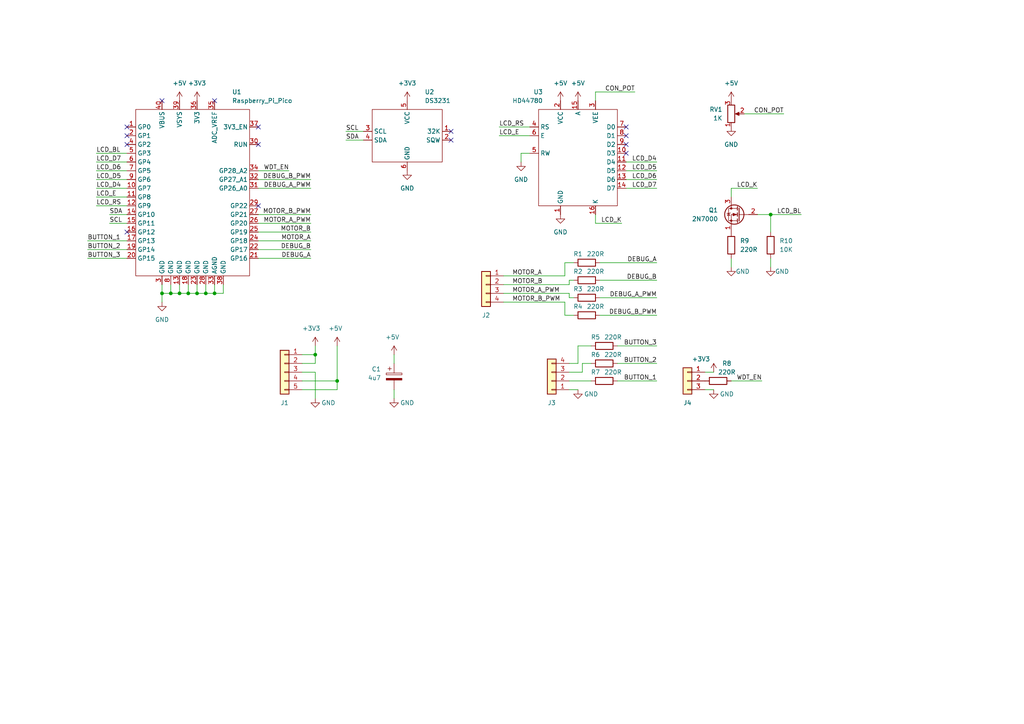
<source format=kicad_sch>
(kicad_sch (version 20230121) (generator eeschema)
  (paper "A4")
  (lib_symbols
    (symbol "Connector_Generic:Conn_01x03" (pin_names (offset 1.016) hide)
      (property "Reference" "J" (at 0 5.08 0))
      (property "Value" "Conn_01x03" (at 0 -5.08 0))
      (symbol "Conn_01x03_1_1"
        (rectangle (start -1.27 -2.413) (end 0 -2.667) (stroke (width 0.1524)))
        (rectangle (start -1.27 0.127) (end 0 -0.127) (stroke (width 0.1524)))
        (rectangle (start -1.27 2.667) (end 0 2.413) (stroke (width 0.1524)))
        (rectangle (start -1.27 3.81) (end 1.27 -3.81) (stroke (width 0.254)) (fill (type background)))
        (pin passive line (at -5.08 2.54 0) (length 3.81) (name "Pin_1") (number "1"))
        (pin passive line (at -5.08 0 0) (length 3.81) (name "Pin_2") (number "2"))
        (pin passive line (at -5.08 -2.54 0) (length 3.81) (name "Pin_3") (number "3"))
      )
    )
    (symbol "Connector_Generic:Conn_01x04" (pin_names (offset 1.016) hide)
      (property "Reference" "J" (at 0 5.08 0))
      (property "Value" "Conn_01x04" (at 0 -7.62 0))
      (symbol "Conn_01x04_1_1"
        (rectangle (start -1.27 -4.953) (end 0 -5.207) (stroke (width 0.1524)))
        (rectangle (start -1.27 -2.413) (end 0 -2.667) (stroke (width 0.1524)))
        (rectangle (start -1.27 0.127) (end 0 -0.127) (stroke (width 0.1524)))
        (rectangle (start -1.27 2.667) (end 0 2.413) (stroke (width 0.1524)))
        (rectangle (start -1.27 3.81) (end 1.27 -6.35) (stroke (width 0.254)) (fill (type background)))
        (pin passive line (at -5.08 2.54 0) (length 3.81) (name "Pin_1") (number "1"))
        (pin passive line (at -5.08 0 0) (length 3.81) (name "Pin_2") (number "2"))
        (pin passive line (at -5.08 -2.54 0) (length 3.81) (name "Pin_3") (number "3"))
        (pin passive line (at -5.08 -5.08 0) (length 3.81) (name "Pin_4") (number "4"))
      )
    )
    (symbol "Connector_Generic:Conn_01x05" (pin_names (offset 1.016) hide)
      (property "Reference" "J" (at 0 7.62 0))
      (property "Value" "Conn_01x05" (at 0 -7.62 0))
      (symbol "Conn_01x05_1_1"
        (rectangle (start -1.27 -4.953) (end 0 -5.207) (stroke (width 0.1524)))
        (rectangle (start -1.27 -2.413) (end 0 -2.667) (stroke (width 0.1524)))
        (rectangle (start -1.27 0.127) (end 0 -0.127) (stroke (width 0.1524)))
        (rectangle (start -1.27 2.667) (end 0 2.413) (stroke (width 0.1524)))
        (rectangle (start -1.27 5.207) (end 0 4.953) (stroke (width 0.1524)))
        (rectangle (start -1.27 6.35) (end 1.27 -6.35) (stroke (width 0.254)) (fill (type background)))
        (pin passive line (at -5.08 5.08 0) (length 3.81) (name "Pin_1") (number "1"))
        (pin passive line (at -5.08 2.54 0) (length 3.81) (name "Pin_2") (number "2"))
        (pin passive line (at -5.08 0 0) (length 3.81) (name "Pin_3") (number "3"))
        (pin passive line (at -5.08 -2.54 0) (length 3.81) (name "Pin_4") (number "4"))
        (pin passive line (at -5.08 -5.08 0) (length 3.81) (name "Pin_5") (number "5"))
      )
    )
    (symbol "Device:C_Polarized" (pin_numbers hide) (pin_names (offset 0.254))
      (property "Reference" "C" (at 0.635 2.54 0))
      (property "Value" "C_Polarized" (at 0.635 -2.54 0))
      (symbol "C_Polarized_0_1"
        (rectangle (start -2.286 0.508) (end 2.286 1.016))
        (polyline (pts (xy -1.778 2.286) (xy -0.762 2.286)))
        (polyline (pts (xy -1.27 2.794) (xy -1.27 1.778)))
        (rectangle (start 2.286 -0.508) (end -2.286 -1.016) (fill (type outline)))
      )
      (symbol "C_Polarized_1_1"
        (pin passive line (at 0 3.81 270) (length 2.794) (name "~") (number "1"))
        (pin passive line (at 0 -3.81 90) (length 2.794) (name "~") (number "2"))
      )
    )
    (symbol "Device:R" (pin_numbers hide) (pin_names (offset 0))
      (property "Reference" "R" (at 2.032 0 90))
      (property "Value" "R" (at 0 0 90))
      (symbol "R_0_1"
        (rectangle (start -1.016 -2.54) (end 1.016 2.54) (stroke (width 0.254)))
      )
      (symbol "R_1_1"
        (pin passive line (at 0 3.81 270) (length 1.27) (name "~") (number "1"))
        (pin passive line (at 0 -3.81 90) (length 1.27) (name "~") (number "2"))
      )
    )
    (symbol "Device:R_Potentiometer" (pin_names (offset 1.016) hide)
      (property "Reference" "RV" (at -4.445 0 90))
      (property "Value" "R_Potentiometer" (at -2.54 0 90))
      (symbol "R_Potentiometer_0_1"
        (polyline (pts (xy 2.54 0) (xy 1.524 0)))
        (polyline (pts (xy 1.143 0) (xy 2.286 0.508) (xy 2.286 -0.508) (xy 1.143 0)) (fill (type outline)))
        (rectangle (start 1.016 2.54) (end -1.016 -2.54) (stroke (width 0.254)))
      )
      (symbol "R_Potentiometer_1_1"
        (pin passive line (at 0 3.81 270) (length 1.27) (name "1") (number "1"))
        (pin passive line (at 3.81 0 180) (length 1.27) (name "2") (number "2"))
        (pin passive line (at 0 -3.81 90) (length 1.27) (name "3") (number "3"))
      )
    )
    (symbol "Transistor_FET:2N7000" (pin_names hide)
      (property "Reference" "Q" (at 5.08 1.905 0))
      (property "Value" "2N7000" (at 5.08 0 0))
      (symbol "2N7000_0_1"
        (polyline (pts (xy 0.254 0) (xy -2.54 0)))
        (polyline (pts (xy 0.254 1.905) (xy 0.254 -1.905)) (stroke (width 0.254)))
        (polyline (pts (xy 0.762 -1.27) (xy 0.762 -2.286)) (stroke (width 0.254)))
        (polyline (pts (xy 0.762 0.508) (xy 0.762 -0.508)) (stroke (width 0.254)))
        (polyline (pts (xy 0.762 2.286) (xy 0.762 1.27)) (stroke (width 0.254)))
        (polyline (pts (xy 2.54 2.54) (xy 2.54 1.778)))
        (polyline (pts (xy 2.54 -2.54) (xy 2.54 0) (xy 0.762 0)))
        (polyline (pts (xy 0.762 -1.778) (xy 3.302 -1.778) (xy 3.302 1.778) (xy 0.762 1.778)))
        (polyline (pts (xy 1.016 0) (xy 2.032 0.381) (xy 2.032 -0.381) (xy 1.016 0)) (fill (type outline)))
        (polyline (pts (xy 2.794 0.508) (xy 2.921 0.381) (xy 3.683 0.381) (xy 3.81 0.254)))
        (polyline (pts (xy 3.302 0.381) (xy 2.921 -0.254) (xy 3.683 -0.254) (xy 3.302 0.381)))
        (circle (center 1.651 0) (radius 2.794) (stroke (width 0.254)))
        (circle (center 2.54 -1.778) (radius 0.254) (fill (type outline)))
        (circle (center 2.54 1.778) (radius 0.254) (fill (type outline)))
      )
      (symbol "2N7000_1_1"
        (pin passive line (at 2.54 -5.08 90) (length 2.54) (name "S") (number "1"))
        (pin input line (at -5.08 0 0) (length 2.54) (name "G") (number "2"))
        (pin passive line (at 2.54 5.08 270) (length 2.54) (name "D") (number "3"))
      )
    )
    (symbol "main:DS3231"
      (property "Reference" "U" (at 0 1.27 0))
      (property "Value" "DS3231" (at 0 -1.27 0))
      (symbol "DS3231_0_1"
        (rectangle (start -10.16 7.62) (end 10.16 -7.62))
      )
      (symbol "DS3231_1_1"
        (pin output line (at 12.7 1.27 180) (length 2.54) (name "32K") (number "1"))
        (pin output line (at 12.7 -1.27 180) (length 2.54) (name "SQW") (number "2"))
        (pin bidirectional line (at -12.7 1.27 0) (length 2.54) (name "SCL") (number "3"))
        (pin bidirectional line (at -12.7 -1.27 0) (length 2.54) (name "SDA") (number "4"))
        (pin power_in line (at 0 10.16 270) (length 2.54) (name "VCC") (number "5"))
        (pin power_in line (at 0 -10.16 90) (length 2.54) (name "GND") (number "6"))
      )
    )
    (symbol "main:HD44780"
      (property "Reference" "U" (at 0 1.27 0))
      (property "Value" "HD44780" (at 0 -1.27 0))
      (symbol "HD44780_0_1"
        (rectangle (start -11.43 13.97) (end 11.43 -13.97))
      )
      (symbol "HD44780_1_1"
        (pin power_in line (at -5.08 -16.51 90) (length 2.54) (name "GND") (number "1"))
        (pin input line (at 13.97 1.27 180) (length 2.54) (name "D3") (number "10"))
        (pin input line (at 13.97 -1.27 180) (length 2.54) (name "D4") (number "11"))
        (pin input line (at 13.97 -3.81 180) (length 2.54) (name "D5") (number "12"))
        (pin input line (at 13.97 -6.35 180) (length 2.54) (name "D6") (number "13"))
        (pin input line (at 13.97 -8.89 180) (length 2.54) (name "D7") (number "14"))
        (pin power_in line (at 0 16.51 270) (length 2.54) (name "A") (number "15"))
        (pin power_in line (at 5.08 -16.51 90) (length 2.54) (name "K") (number "16"))
        (pin power_in line (at -5.08 16.51 270) (length 2.54) (name "VCC") (number "2"))
        (pin power_in line (at 5.08 16.51 270) (length 2.54) (name "VEE") (number "3"))
        (pin input line (at -13.97 8.89 0) (length 2.54) (name "RS") (number "4"))
        (pin input line (at -13.97 1.27 0) (length 2.54) (name "RW") (number "5"))
        (pin input line (at -13.97 6.35 0) (length 2.54) (name "E") (number "6"))
        (pin input line (at 13.97 8.89 180) (length 2.54) (name "D0") (number "7"))
        (pin input line (at 13.97 6.35 180) (length 2.54) (name "D1") (number "8"))
        (pin input line (at 13.97 3.81 180) (length 2.54) (name "D2") (number "9"))
      )
    )
    (symbol "main:Raspberry_Pi_Pico"
      (property "Reference" "U" (at 0 1.27 0))
      (property "Value" "Raspberry_Pi_Pico" (at 0 -1.27 0))
      (symbol "Raspberry_Pi_Pico_0_1"
        (rectangle (start -16.51 24.13) (end 16.51 -24.13))
      )
      (symbol "Raspberry_Pi_Pico_1_1"
        (pin bidirectional line (at -19.05 19.05 0) (length 2.54) (name "GP0") (number "1"))
        (pin bidirectional line (at -19.05 1.27 0) (length 2.54) (name "GP7") (number "10"))
        (pin bidirectional line (at -19.05 -1.27 0) (length 2.54) (name "GP8") (number "11"))
        (pin bidirectional line (at -19.05 -3.81 0) (length 2.54) (name "GP9") (number "12"))
        (pin power_in line (at -3.81 -26.67 90) (length 2.54) (name "GND") (number "13"))
        (pin bidirectional line (at -19.05 -6.35 0) (length 2.54) (name "GP10") (number "14"))
        (pin bidirectional line (at -19.05 -8.89 0) (length 2.54) (name "GP11") (number "15"))
        (pin bidirectional line (at -19.05 -11.43 0) (length 2.54) (name "GP12") (number "16"))
        (pin bidirectional line (at -19.05 -13.97 0) (length 2.54) (name "GP13") (number "17"))
        (pin power_in line (at -1.27 -26.67 90) (length 2.54) (name "GND") (number "18"))
        (pin bidirectional line (at -19.05 -16.51 0) (length 2.54) (name "GP14") (number "19"))
        (pin bidirectional line (at -19.05 16.51 0) (length 2.54) (name "GP1") (number "2"))
        (pin bidirectional line (at -19.05 -19.05 0) (length 2.54) (name "GP15") (number "20"))
        (pin bidirectional line (at 19.05 -19.05 180) (length 2.54) (name "GP16") (number "21"))
        (pin bidirectional line (at 19.05 -16.51 180) (length 2.54) (name "GP17") (number "22"))
        (pin power_in line (at 1.27 -26.67 90) (length 2.54) (name "GND") (number "23"))
        (pin bidirectional line (at 19.05 -13.97 180) (length 2.54) (name "GP18") (number "24"))
        (pin bidirectional line (at 19.05 -11.43 180) (length 2.54) (name "GP19") (number "25"))
        (pin bidirectional line (at 19.05 -8.89 180) (length 2.54) (name "GP20") (number "26"))
        (pin bidirectional line (at 19.05 -6.35 180) (length 2.54) (name "GP21") (number "27"))
        (pin power_in line (at 3.81 -26.67 90) (length 2.54) (name "GND") (number "28"))
        (pin bidirectional line (at 19.05 -3.81 180) (length 2.54) (name "GP22") (number "29"))
        (pin power_in line (at -8.89 -26.67 90) (length 2.54) (name "GND") (number "3"))
        (pin input line (at 19.05 13.97 180) (length 2.54) (name "RUN") (number "30"))
        (pin bidirectional line (at 19.05 1.27 180) (length 2.54) (name "GP26_A0") (number "31"))
        (pin bidirectional line (at 19.05 3.81 180) (length 2.54) (name "GP27_A1") (number "32"))
        (pin power_in line (at 6.35 -26.67 90) (length 2.54) (name "AGND") (number "33"))
        (pin bidirectional line (at 19.05 6.35 180) (length 2.54) (name "GP28_A2") (number "34"))
        (pin power_in line (at 6.35 26.67 270) (length 2.54) (name "ADC_VREF") (number "35"))
        (pin power_in line (at 1.27 26.67 270) (length 2.54) (name "3V3") (number "36"))
        (pin input line (at 19.05 19.05 180) (length 2.54) (name "3V3_EN") (number "37"))
        (pin power_in line (at 8.89 -26.67 90) (length 2.54) (name "GND") (number "38"))
        (pin power_in line (at -3.81 26.67 270) (length 2.54) (name "VSYS") (number "39"))
        (pin bidirectional line (at -19.05 13.97 0) (length 2.54) (name "GP2") (number "4"))
        (pin power_in line (at -8.89 26.67 270) (length 2.54) (name "VBUS") (number "40"))
        (pin bidirectional line (at -19.05 11.43 0) (length 2.54) (name "GP3") (number "5"))
        (pin bidirectional line (at -19.05 8.89 0) (length 2.54) (name "GP4") (number "6"))
        (pin bidirectional line (at -19.05 6.35 0) (length 2.54) (name "GP5") (number "7"))
        (pin power_in line (at -6.35 -26.67 90) (length 2.54) (name "GND") (number "8"))
        (pin bidirectional line (at -19.05 3.81 0) (length 2.54) (name "GP6") (number "9"))
      )
    )
    (symbol "power:+3V3" (power) (pin_names (offset 0))
      (property "Value" "+3V3" (at 0 3.556 0))
      (symbol "+3V3_0_1"
        (polyline (pts (xy -0.762 1.27) (xy 0 2.54)))
        (polyline (pts (xy 0 0) (xy 0 2.54)))
        (polyline (pts (xy 0 2.54) (xy 0.762 1.27)))
      )
      (symbol "+3V3_1_1"
        (pin power_in line (at 0 0 90) (length 0) hide (name "+3V3") (number "1"))
      )
    )
    (symbol "power:+5V" (power) (pin_names (offset 0))
      (property "Value" "+5V" (at 0 3.556 0))
      (symbol "+5V_0_1"
        (polyline (pts (xy -0.762 1.27) (xy 0 2.54)))
        (polyline (pts (xy 0 0) (xy 0 2.54)))
        (polyline (pts (xy 0 2.54) (xy 0.762 1.27)))
      )
      (symbol "+5V_1_1"
        (pin power_in line (at 0 0 90) (length 0) hide (name "+5V") (number "1"))
      )
    )
    (symbol "power:GND" (power) (pin_names (offset 0))
      (property "Value" "GND" (at 0 -3.81 0))
      (symbol "GND_0_1"
        (polyline (pts (xy 0 0) (xy 0 -1.27) (xy 1.27 -1.27) (xy 0 -2.54) (xy -1.27 -1.27) (xy 0 -1.27)))
      )
      (symbol "GND_1_1"
        (pin power_in line (at 0 0 270) (length 0) hide (name "GND") (number "1"))
      )
    )
  )
  (junction (at 46.99 85.09))
  (junction (at 59.69 85.09))
  (junction (at 49.53 85.09))
  (junction (at 91.44 102.87))
  (junction (at 223.52 62.23))
  (junction (at 97.79 110.49))
  (junction (at 52.07 85.09))
  (junction (at 57.15 85.09))
  (junction (at 62.23 85.09))
  (junction (at 54.61 85.09))
  (no_connect (at 36.83 41.91))
  (no_connect (at 46.99 29.21))
  (no_connect (at 130.81 38.1))
  (no_connect (at 130.81 40.64))
  (no_connect (at 74.93 41.91))
  (no_connect (at 181.61 36.83))
  (no_connect (at 181.61 41.91))
  (no_connect (at 36.83 36.83))
  (no_connect (at 36.83 39.37))
  (no_connect (at 74.93 59.69))
  (no_connect (at 62.23 29.21))
  (no_connect (at 181.61 44.45))
  (no_connect (at 74.93 36.83))
  (no_connect (at 36.83 67.31))
  (no_connect (at 181.61 39.37))
  (wire (pts (xy 219.71 62.23) (xy 223.52 62.23)))
  (wire (pts (xy 223.52 62.23) (xy 232.41 62.23)))
  (wire (pts (xy 180.34 64.77) (xy 172.72 64.77)))
  (wire (pts (xy 146.05 80.01) (xy 163.83 80.01)))
  (wire (pts (xy 172.72 64.77) (xy 172.72 62.23)))
  (wire (pts (xy 114.3 113.03) (xy 114.3 115.57)))
  (wire (pts (xy 184.15 26.67) (xy 172.72 26.67)))
  (wire (pts (xy 165.1 85.09) (xy 165.1 86.36)))
  (wire (pts (xy 144.78 36.83) (xy 153.67 36.83)))
  (wire (pts (xy 91.44 102.87) (xy 87.63 102.87)))
  (wire (pts (xy 31.75 62.23) (xy 36.83 62.23)))
  (wire (pts (xy 74.93 72.39) (xy 90.17 72.39)))
  (wire (pts (xy 25.4 69.85) (xy 36.83 69.85)))
  (wire (pts (xy 54.61 82.55) (xy 54.61 85.09)))
  (wire (pts (xy 54.61 85.09) (xy 57.15 85.09)))
  (wire (pts (xy 74.93 69.85) (xy 90.17 69.85)))
  (wire (pts (xy 31.75 64.77) (xy 36.83 64.77)))
  (wire (pts (xy 87.63 105.41) (xy 91.44 105.41)))
  (wire (pts (xy 114.3 102.87) (xy 114.3 105.41)))
  (wire (pts (xy 64.77 85.09) (xy 62.23 85.09)))
  (wire (pts (xy 74.93 62.23) (xy 90.17 62.23)))
  (wire (pts (xy 165.1 105.41) (xy 167.64 105.41)))
  (wire (pts (xy 223.52 62.23) (xy 223.52 67.31)))
  (wire (pts (xy 74.93 67.31) (xy 90.17 67.31)))
  (wire (pts (xy 181.61 54.61) (xy 190.5 54.61)))
  (wire (pts (xy 181.61 46.99) (xy 190.5 46.99)))
  (wire (pts (xy 219.71 54.61) (xy 212.09 54.61)))
  (wire (pts (xy 165.1 81.28) (xy 166.37 81.28)))
  (wire (pts (xy 27.94 46.99) (xy 36.83 46.99)))
  (wire (pts (xy 25.4 72.39) (xy 36.83 72.39)))
  (wire (pts (xy 97.79 100.33) (xy 97.79 110.49)))
  (wire (pts (xy 91.44 100.33) (xy 91.44 102.87)))
  (wire (pts (xy 165.1 86.36) (xy 166.37 86.36)))
  (wire (pts (xy 100.33 40.64) (xy 105.41 40.64)))
  (wire (pts (xy 173.99 76.2) (xy 190.5 76.2)))
  (wire (pts (xy 165.1 107.95) (xy 168.91 107.95)))
  (wire (pts (xy 27.94 44.45) (xy 36.83 44.45)))
  (wire (pts (xy 52.07 82.55) (xy 52.07 85.09)))
  (wire (pts (xy 151.13 44.45) (xy 151.13 46.99)))
  (wire (pts (xy 87.63 107.95) (xy 91.44 107.95)))
  (wire (pts (xy 74.93 49.53) (xy 83.82 49.53)))
  (wire (pts (xy 212.09 110.49) (xy 220.98 110.49)))
  (wire (pts (xy 100.33 38.1) (xy 105.41 38.1)))
  (wire (pts (xy 46.99 85.09) (xy 49.53 85.09)))
  (wire (pts (xy 74.93 64.77) (xy 90.17 64.77)))
  (wire (pts (xy 64.77 82.55) (xy 64.77 85.09)))
  (wire (pts (xy 179.07 105.41) (xy 190.5 105.41)))
  (wire (pts (xy 165.1 110.49) (xy 171.45 110.49)))
  (wire (pts (xy 179.07 100.33) (xy 190.5 100.33)))
  (wire (pts (xy 87.63 110.49) (xy 97.79 110.49)))
  (wire (pts (xy 163.83 91.44) (xy 166.37 91.44)))
  (wire (pts (xy 167.64 100.33) (xy 171.45 100.33)))
  (wire (pts (xy 171.45 105.41) (xy 168.91 105.41)))
  (wire (pts (xy 59.69 82.55) (xy 59.69 85.09)))
  (wire (pts (xy 27.94 57.15) (xy 36.83 57.15)))
  (wire (pts (xy 91.44 107.95) (xy 91.44 115.57)))
  (wire (pts (xy 74.93 52.07) (xy 90.17 52.07)))
  (wire (pts (xy 165.1 82.55) (xy 165.1 81.28)))
  (wire (pts (xy 173.99 91.44) (xy 190.5 91.44)))
  (wire (pts (xy 27.94 54.61) (xy 36.83 54.61)))
  (wire (pts (xy 27.94 59.69) (xy 36.83 59.69)))
  (wire (pts (xy 168.91 105.41) (xy 168.91 107.95)))
  (wire (pts (xy 165.1 113.03) (xy 167.64 113.03)))
  (wire (pts (xy 25.4 74.93) (xy 36.83 74.93)))
  (wire (pts (xy 173.99 81.28) (xy 190.5 81.28)))
  (wire (pts (xy 57.15 82.55) (xy 57.15 85.09)))
  (wire (pts (xy 46.99 85.09) (xy 46.99 87.63)))
  (wire (pts (xy 212.09 74.93) (xy 212.09 77.47)))
  (wire (pts (xy 74.93 54.61) (xy 90.17 54.61)))
  (wire (pts (xy 153.67 44.45) (xy 151.13 44.45)))
  (wire (pts (xy 172.72 26.67) (xy 172.72 29.21)))
  (wire (pts (xy 181.61 52.07) (xy 190.5 52.07)))
  (wire (pts (xy 173.99 86.36) (xy 190.5 86.36)))
  (wire (pts (xy 62.23 82.55) (xy 62.23 85.09)))
  (wire (pts (xy 91.44 105.41) (xy 91.44 102.87)))
  (wire (pts (xy 223.52 74.93) (xy 223.52 77.47)))
  (wire (pts (xy 181.61 49.53) (xy 190.5 49.53)))
  (wire (pts (xy 49.53 82.55) (xy 49.53 85.09)))
  (wire (pts (xy 144.78 39.37) (xy 153.67 39.37)))
  (wire (pts (xy 87.63 113.03) (xy 97.79 113.03)))
  (wire (pts (xy 167.64 100.33) (xy 167.64 105.41)))
  (wire (pts (xy 204.47 107.95) (xy 207.01 107.95)))
  (wire (pts (xy 59.69 85.09) (xy 57.15 85.09)))
  (wire (pts (xy 74.93 74.93) (xy 90.17 74.93)))
  (wire (pts (xy 49.53 85.09) (xy 52.07 85.09)))
  (wire (pts (xy 204.47 113.03) (xy 207.01 113.03)))
  (wire (pts (xy 27.94 52.07) (xy 36.83 52.07)))
  (wire (pts (xy 163.83 80.01) (xy 163.83 76.2)))
  (wire (pts (xy 179.07 110.49) (xy 190.5 110.49)))
  (wire (pts (xy 146.05 82.55) (xy 165.1 82.55)))
  (wire (pts (xy 62.23 85.09) (xy 59.69 85.09)))
  (wire (pts (xy 146.05 87.63) (xy 163.83 87.63)))
  (wire (pts (xy 146.05 85.09) (xy 165.1 85.09)))
  (wire (pts (xy 212.09 54.61) (xy 212.09 57.15)))
  (wire (pts (xy 46.99 82.55) (xy 46.99 85.09)))
  (wire (pts (xy 27.94 49.53) (xy 36.83 49.53)))
  (wire (pts (xy 163.83 76.2) (xy 166.37 76.2)))
  (wire (pts (xy 215.9 33.02) (xy 227.33 33.02)))
  (wire (pts (xy 52.07 85.09) (xy 54.61 85.09)))
  (wire (pts (xy 97.79 113.03) (xy 97.79 110.49)))
  (wire (pts (xy 163.83 87.63) (xy 163.83 91.44)))
  (label "MOTOR_A" (at 90.17 69.85 180))
  (label "LCD_D5" (at 190.5 49.53 180))
  (label "MOTOR_B" (at 90.17 67.31 180))
  (label "DEBUG_A_PWM" (at 190.5 86.36 180))
  (label "LCD_BL" (at 232.41 62.23 180))
  (label "BUTTON_3" (at 190.5 100.33 180))
  (label "CON_POT" (at 184.15 26.67 180))
  (label "BUTTON_1" (at 25.4 69.85 0))
  (label "MOTOR_B_PWM" (at 90.17 62.23 180))
  (label "LCD_E" (at 144.78 39.37 0))
  (label "LCD_RS" (at 144.78 36.83 0))
  (label "LCD_K" (at 219.71 54.61 180))
  (label "WDT_EN" (at 83.82 49.53 180))
  (label "SDA" (at 31.75 62.23 0))
  (label "LCD_D6" (at 27.94 49.53 0))
  (label "LCD_RS" (at 27.94 59.69 0))
  (label "BUTTON_1" (at 190.5 110.49 180))
  (label "LCD_E" (at 27.94 57.15 0))
  (label "BUTTON_2" (at 190.5 105.41 180))
  (label "MOTOR_A" (at 148.59 80.01 0))
  (label "CON_POT" (at 227.33 33.02 180))
  (label "MOTOR_A_PWM" (at 90.17 64.77 180))
  (label "DEBUG_A_PWM" (at 90.17 54.61 180))
  (label "LCD_D7" (at 27.94 46.99 0))
  (label "LCD_D4" (at 190.5 46.99 180))
  (label "LCD_BL" (at 27.94 44.45 0))
  (label "MOTOR_B" (at 148.59 82.55 0))
  (label "DEBUG_B" (at 90.17 72.39 180))
  (label "DEBUG_B_PWM" (at 90.17 52.07 180))
  (label "LCD_K" (at 180.34 64.77 180))
  (label "LCD_D4" (at 27.94 54.61 0))
  (label "LCD_D5" (at 27.94 52.07 0))
  (label "BUTTON_3" (at 25.4 74.93 0))
  (label "DEBUG_A" (at 190.5 76.2 180))
  (label "DEBUG_A" (at 90.17 74.93 180))
  (label "LCD_D6" (at 190.5 52.07 180))
  (label "SCL" (at 31.75 64.77 0))
  (label "WDT_EN" (at 220.98 110.49 180))
  (label "SCL" (at 100.33 38.1 0))
  (label "BUTTON_2" (at 25.4 72.39 0))
  (label "SDA" (at 100.33 40.64 0))
  (label "MOTOR_A_PWM" (at 148.59 85.09 0))
  (label "DEBUG_B" (at 190.5 81.28 180))
  (label "MOTOR_B_PWM" (at 148.59 87.63 0))
  (label "LCD_D7" (at 190.5 54.61 180))
  (label "DEBUG_B_PWM" (at 190.5 91.44 180))
  (symbol (lib_id "main:HD44780") (at 167.64 45.72 0) (unit 1)
    (property "Reference" "U3" (at 157.48 26.67 0) (effects (justify right)))
    (property "Value" "HD44780" (at 148.59 29.21 0) (effects (justify left)))
    (property "Footprint" "main:HD44780" (effects hide))
  )
  (symbol (lib_id "Connector_Generic:Conn_01x05") (at 82.55 107.95 0) (mirror y) (unit 1)
    (property "Reference" "J1" (at 82.55 116.84 0))
    (property "Value" "Conn_01x05" (effects hide))
    (property "Footprint" "Connector_PinHeader_2.54mm:PinHeader_1x05_P2.54mm_Vertical" (effects hide))
  )
  (symbol (lib_id "Device:R") (at 170.18 86.36 90) (unit 1)
    (property "Reference" "R3" (at 167.64 83.82 90))
    (property "Value" "220R" (at 172.72 83.82 90))
    (property "Footprint" "Resistor_THT:R_Axial_DIN0207_L6.3mm_D2.5mm_P7.62mm_Horizontal" (effects hide))
  )
  (symbol (lib_id "power:GND") (at 167.64 113.03 0) (unit 1)
    (property "Reference" "#PWR015" (effects hide))
    (property "Value" "GND" (at 171.45 114.3 0))
  )
  (symbol (lib_id "power:GND") (at 151.13 46.99 0) (unit 1)
    (property "Reference" "#PWR011" (effects hide))
    (property "Value" "GND" (at 151.13 52.07 0))
  )
  (symbol (lib_id "power:GND") (at 223.52 77.47 0) (unit 1)
    (property "Reference" "#PWR021" (effects hide))
    (property "Value" "GND" (at 224.79 78.74 0) (effects (justify left)))
  )
  (symbol (lib_id "power:+3V3") (at 207.01 107.95 0) (unit 1)
    (property "Reference" "#PWR016" (effects hide))
    (property "Value" "+3V3" (at 200.66 104.14 0) (effects (justify left)))
  )
  (symbol (lib_id "power:+5V") (at 167.64 29.21 0) (unit 1)
    (property "Reference" "#PWR014" (effects hide))
    (property "Value" "+5V" (at 167.64 24.13 0))
  )
  (symbol (lib_id "power:+5V") (at 97.79 100.33 0) (unit 1)
    (property "Reference" "#PWR06" (effects hide))
    (property "Value" "+5V" (at 95.25 95.25 0) (effects (justify left)))
  )
  (symbol (lib_id "power:GND") (at 114.3 115.57 0) (unit 1)
    (property "Reference" "#PWR08" (effects hide))
    (property "Value" "GND" (at 118.11 116.84 0))
  )
  (symbol (lib_id "power:GND") (at 212.09 77.47 0) (unit 1)
    (property "Reference" "#PWR020" (effects hide))
    (property "Value" "GND" (at 213.36 78.74 0) (effects (justify left)))
  )
  (symbol (lib_id "power:+5V") (at 114.3 102.87 0) (unit 1)
    (property "Reference" "#PWR07" (effects hide))
    (property "Value" "+5V" (at 111.76 97.79 0) (effects (justify left)))
  )
  (symbol (lib_id "Device:R") (at 170.18 81.28 90) (unit 1)
    (property "Reference" "R2" (at 167.64 78.74 90))
    (property "Value" "220R" (at 172.72 78.74 90))
    (property "Footprint" "Resistor_THT:R_Axial_DIN0207_L6.3mm_D2.5mm_P7.62mm_Horizontal" (effects hide))
  )
  (symbol (lib_id "Connector_Generic:Conn_01x04") (at 140.97 82.55 0) (mirror y) (unit 1)
    (property "Reference" "J2" (at 140.97 91.44 0))
    (property "Value" "Conn_01x04" (effects hide))
    (property "Footprint" "Connector_PinHeader_2.54mm:PinHeader_1x04_P2.54mm_Vertical" (effects hide))
  )
  (symbol (lib_id "Connector_Generic:Conn_01x03") (at 199.39 110.49 0) (mirror y) (unit 1)
    (property "Reference" "J4" (at 199.39 116.84 0))
    (property "Value" "Conn_01x03" (effects hide))
    (property "Footprint" "Connector_PinHeader_2.54mm:PinHeader_1x03_P2.54mm_Vertical" (effects hide))
  )
  (symbol (lib_id "Device:R") (at 170.18 76.2 90) (unit 1)
    (property "Reference" "R1" (at 167.64 73.66 90))
    (property "Value" "220R" (at 172.72 73.66 90))
    (property "Footprint" "Resistor_THT:R_Axial_DIN0207_L6.3mm_D2.5mm_P7.62mm_Horizontal" (effects hide))
  )
  (symbol (lib_id "power:GND") (at 162.56 62.23 0) (unit 1)
    (property "Reference" "#PWR013" (effects hide))
    (property "Value" "GND" (at 162.56 67.31 0))
  )
  (symbol (lib_id "Device:R") (at 208.28 110.49 90) (unit 1)
    (property "Reference" "R8" (at 210.82 105.41 90))
    (property "Value" "220R" (at 210.82 107.95 90))
    (property "Footprint" "Resistor_THT:R_Axial_DIN0207_L6.3mm_D2.5mm_P7.62mm_Horizontal" (effects hide))
  )
  (symbol (lib_id "power:+5V") (at 52.07 29.21 0) (unit 1)
    (property "Reference" "#PWR02" (effects hide))
    (property "Value" "+5V" (at 52.07 24.13 0))
  )
  (symbol (lib_id "main:DS3231") (at 118.11 39.37 0) (unit 1)
    (property "Reference" "U2" (at 123.19 26.67 0) (effects (justify left)))
    (property "Value" "DS3231" (at 123.19 29.21 0) (effects (justify left)))
    (property "Footprint" "main:DS3231" (effects hide))
  )
  (symbol (lib_id "power:+5V") (at 212.09 29.21 0) (mirror y) (unit 1)
    (property "Reference" "#PWR018" (effects hide))
    (property "Value" "+5V" (at 212.09 24.13 0))
  )
  (symbol (lib_id "power:+3V3") (at 91.44 100.33 0) (unit 1)
    (property "Reference" "#PWR04" (effects hide))
    (property "Value" "+3V3" (at 87.63 95.25 0) (effects (justify left)))
  )
  (symbol (lib_id "Transistor_FET:2N7000") (at 214.63 62.23 0) (mirror y) (unit 1)
    (property "Reference" "Q1" (at 208.28 60.96 0) (effects (justify left)))
    (property "Value" "2N7000" (at 208.28 63.5 0) (effects (justify left)))
    (property "Footprint" "Package_TO_SOT_THT:TO-92_Inline_Wide" (effects hide))
    (property "Datasheet" "https://www.vishay.com/docs/70226/70226.pdf" (effects hide))
  )
  (symbol (lib_id "power:GND") (at 118.11 49.53 0) (unit 1)
    (property "Reference" "#PWR010" (effects hide))
    (property "Value" "GND" (at 118.11 54.61 0))
  )
  (symbol (lib_id "Device:R") (at 223.52 71.12 0) (unit 1)
    (property "Reference" "R10" (at 226.06 69.85 0) (effects (justify left)))
    (property "Value" "10K" (at 226.06 72.39 0) (effects (justify left)))
    (property "Footprint" "Resistor_THT:R_Axial_DIN0207_L6.3mm_D2.5mm_P7.62mm_Horizontal" (effects hide))
  )
  (symbol (lib_id "power:+3V3") (at 57.15 29.21 0) (unit 1)
    (property "Reference" "#PWR03" (effects hide))
    (property "Value" "+3V3" (at 57.15 24.13 0))
  )
  (symbol (lib_id "power:GND") (at 46.99 87.63 0) (unit 1)
    (property "Reference" "#PWR01" (effects hide))
    (property "Value" "GND" (at 46.99 92.71 0))
  )
  (symbol (lib_id "power:+3V3") (at 118.11 29.21 0) (unit 1)
    (property "Reference" "#PWR09" (effects hide))
    (property "Value" "+3V3" (at 118.11 24.13 0))
  )
  (symbol (lib_id "Device:R") (at 175.26 110.49 90) (unit 1)
    (property "Reference" "R7" (at 172.72 107.95 90))
    (property "Value" "220R" (at 177.8 107.95 90))
    (property "Footprint" "Resistor_THT:R_Axial_DIN0207_L6.3mm_D2.5mm_P7.62mm_Horizontal" (effects hide))
  )
  (symbol (lib_id "power:+5V") (at 162.56 29.21 0) (unit 1)
    (property "Reference" "#PWR012" (effects hide))
    (property "Value" "+5V" (at 162.56 24.13 0))
  )
  (symbol (lib_id "Device:C_Polarized") (at 114.3 109.22 0) (unit 1)
    (property "Reference" "C1" (at 110.49 107.061 0) (effects (justify right)))
    (property "Value" "4u7" (at 110.49 109.601 0) (effects (justify right)))
    (property "Footprint" "Capacitor_THT:CP_Radial_D5.0mm_P2.50mm" (effects hide))
  )
  (symbol (lib_id "Device:R") (at 175.26 100.33 90) (unit 1)
    (property "Reference" "R5" (at 172.72 97.79 90))
    (property "Value" "220R" (at 177.8 97.79 90))
    (property "Footprint" "Resistor_THT:R_Axial_DIN0207_L6.3mm_D2.5mm_P7.62mm_Horizontal" (effects hide))
  )
  (symbol (lib_id "Device:R") (at 175.26 105.41 90) (unit 1)
    (property "Reference" "R6" (at 172.72 102.87 90))
    (property "Value" "220R" (at 177.8 102.87 90))
    (property "Footprint" "Resistor_THT:R_Axial_DIN0207_L6.3mm_D2.5mm_P7.62mm_Horizontal" (effects hide))
  )
  (symbol (lib_id "power:GND") (at 212.09 36.83 0) (mirror y) (unit 1)
    (property "Reference" "#PWR019" (effects hide))
    (property "Value" "GND" (at 212.09 41.91 0))
  )
  (symbol (lib_id "Device:R_Potentiometer") (at 212.09 33.02 0) (mirror x) (unit 1)
    (property "Reference" "RV1" (at 209.55 31.75 0) (effects (justify right)))
    (property "Value" "1K" (at 209.55 34.29 0) (effects (justify right)))
    (property "Footprint" "Potentiometer_THT:Potentiometer_Runtron_RM-065_Vertical" (effects hide))
  )
  (symbol (lib_id "main:Raspberry_Pi_Pico") (at 55.88 55.88 0) (unit 1)
    (property "Reference" "U1" (at 67.31 26.67 0) (effects (justify left)))
    (property "Value" "Raspberry_Pi_Pico" (at 67.31 29.21 0) (effects (justify left)))
    (property "Footprint" "main:Raspberry_Pi_Pico" (effects hide))
  )
  (symbol (lib_id "Connector_Generic:Conn_01x04") (at 160.02 110.49 180) (unit 1)
    (property "Reference" "J3" (at 160.02 116.84 0))
    (property "Value" "Conn_01x04" (effects hide))
    (property "Footprint" "Connector_PinHeader_2.54mm:PinHeader_1x04_P2.54mm_Vertical" (effects hide))
  )
  (symbol (lib_id "power:GND") (at 207.01 113.03 0) (unit 1)
    (property "Reference" "#PWR017" (effects hide))
    (property "Value" "GND" (at 210.82 114.3 0))
  )
  (symbol (lib_id "Device:R") (at 170.18 91.44 90) (unit 1)
    (property "Reference" "R4" (at 167.64 88.9 90))
    (property "Value" "220R" (at 172.72 88.9 90))
    (property "Footprint" "Resistor_THT:R_Axial_DIN0207_L6.3mm_D2.5mm_P7.62mm_Horizontal" (effects hide))
  )
  (symbol (lib_id "power:GND") (at 91.44 115.57 0) (unit 1)
    (property "Reference" "#PWR05" (effects hide))
    (property "Value" "GND" (at 95.25 116.84 0))
  )
  (symbol (lib_id "Device:R") (at 212.09 71.12 0) (unit 1)
    (property "Reference" "R9" (at 214.63 69.85 0) (effects (justify left)))
    (property "Value" "220R" (at 214.63 72.39 0) (effects (justify left)))
    (property "Footprint" "Resistor_THT:R_Axial_DIN0207_L6.3mm_D2.5mm_P7.62mm_Horizontal" (effects hide))
  )
)
</source>
